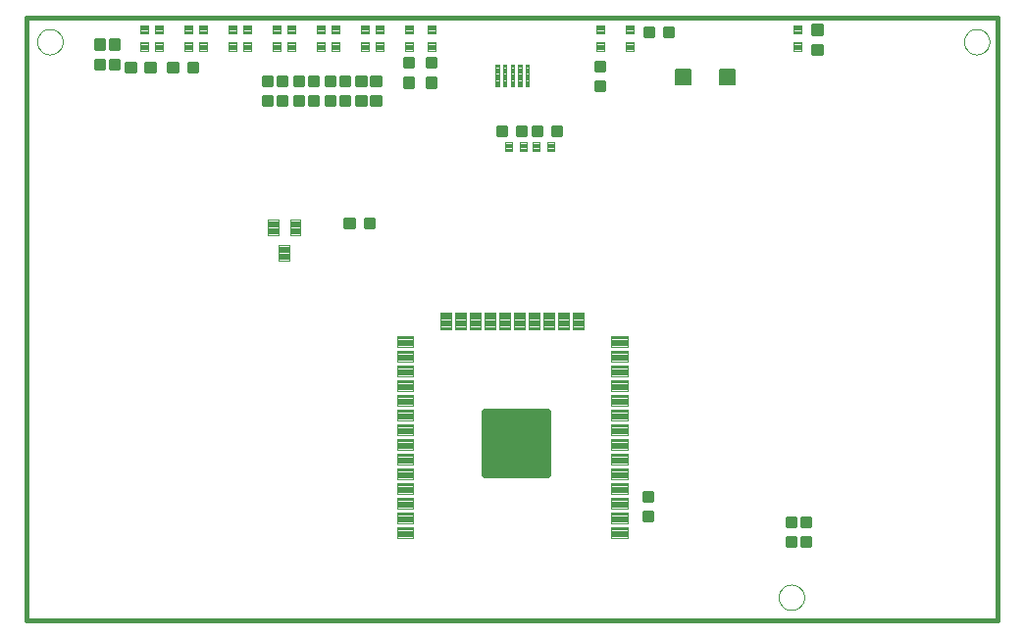
<source format=gtp>
G75*
%MOMM*%
%OFA0B0*%
%FSLAX33Y33*%
%IPPOS*%
%LPD*%
%AMOC8*
5,1,8,0,0,1.08239X$1,22.5*
%
%ADD10C,0.406*%
%ADD11C,0.000*%
%ADD12C,0.105*%
%ADD13C,0.300*%
%ADD14C,0.104*%
%ADD15C,0.100*%
%ADD16C,0.600*%
%ADD17C,0.140*%
D10*
X00000Y00000D02*
X00000Y52060D01*
X83820Y52070D01*
X83820Y00000D01*
X00000Y00000D01*
D11*
X00900Y50000D02*
X00902Y50066D01*
X00908Y50131D01*
X00918Y50196D01*
X00931Y50261D01*
X00949Y50324D01*
X00970Y50387D01*
X00995Y50447D01*
X01024Y50507D01*
X01056Y50564D01*
X01091Y50620D01*
X01130Y50673D01*
X01172Y50724D01*
X01216Y50772D01*
X01264Y50817D01*
X01314Y50860D01*
X01367Y50899D01*
X01422Y50936D01*
X01479Y50969D01*
X01538Y50998D01*
X01598Y51024D01*
X01660Y51046D01*
X01723Y51065D01*
X01787Y51079D01*
X01852Y51090D01*
X01918Y51097D01*
X01984Y51100D01*
X02049Y51099D01*
X02115Y51094D01*
X02180Y51085D01*
X02245Y51072D01*
X02308Y51056D01*
X02371Y51036D01*
X02432Y51011D01*
X02492Y50984D01*
X02550Y50953D01*
X02606Y50918D01*
X02660Y50880D01*
X02711Y50839D01*
X02760Y50795D01*
X02806Y50748D01*
X02850Y50699D01*
X02890Y50647D01*
X02927Y50592D01*
X02961Y50536D01*
X02991Y50477D01*
X03018Y50417D01*
X03041Y50356D01*
X03060Y50293D01*
X03076Y50229D01*
X03088Y50164D01*
X03096Y50099D01*
X03100Y50033D01*
X03100Y49967D01*
X03096Y49901D01*
X03088Y49836D01*
X03076Y49771D01*
X03060Y49707D01*
X03041Y49644D01*
X03018Y49583D01*
X02991Y49523D01*
X02961Y49464D01*
X02927Y49408D01*
X02890Y49353D01*
X02850Y49301D01*
X02806Y49252D01*
X02760Y49205D01*
X02711Y49161D01*
X02660Y49120D01*
X02606Y49082D01*
X02550Y49047D01*
X02492Y49016D01*
X02432Y48989D01*
X02371Y48964D01*
X02308Y48944D01*
X02245Y48928D01*
X02180Y48915D01*
X02115Y48906D01*
X02049Y48901D01*
X01984Y48900D01*
X01918Y48903D01*
X01852Y48910D01*
X01787Y48921D01*
X01723Y48935D01*
X01660Y48954D01*
X01598Y48976D01*
X01538Y49002D01*
X01479Y49031D01*
X01422Y49064D01*
X01367Y49101D01*
X01314Y49140D01*
X01264Y49183D01*
X01216Y49228D01*
X01172Y49276D01*
X01130Y49327D01*
X01091Y49380D01*
X01056Y49436D01*
X01024Y49493D01*
X00995Y49553D01*
X00970Y49613D01*
X00949Y49676D01*
X00931Y49739D01*
X00918Y49804D01*
X00908Y49869D01*
X00902Y49934D01*
X00900Y50000D01*
X64900Y02000D02*
X64902Y02066D01*
X64908Y02131D01*
X64918Y02196D01*
X64931Y02261D01*
X64949Y02324D01*
X64970Y02387D01*
X64995Y02447D01*
X65024Y02507D01*
X65056Y02564D01*
X65091Y02620D01*
X65130Y02673D01*
X65172Y02724D01*
X65216Y02772D01*
X65264Y02817D01*
X65314Y02860D01*
X65367Y02899D01*
X65422Y02936D01*
X65479Y02969D01*
X65538Y02998D01*
X65598Y03024D01*
X65660Y03046D01*
X65723Y03065D01*
X65787Y03079D01*
X65852Y03090D01*
X65918Y03097D01*
X65984Y03100D01*
X66049Y03099D01*
X66115Y03094D01*
X66180Y03085D01*
X66245Y03072D01*
X66308Y03056D01*
X66371Y03036D01*
X66432Y03011D01*
X66492Y02984D01*
X66550Y02953D01*
X66606Y02918D01*
X66660Y02880D01*
X66711Y02839D01*
X66760Y02795D01*
X66806Y02748D01*
X66850Y02699D01*
X66890Y02647D01*
X66927Y02592D01*
X66961Y02536D01*
X66991Y02477D01*
X67018Y02417D01*
X67041Y02356D01*
X67060Y02293D01*
X67076Y02229D01*
X67088Y02164D01*
X67096Y02099D01*
X67100Y02033D01*
X67100Y01967D01*
X67096Y01901D01*
X67088Y01836D01*
X67076Y01771D01*
X67060Y01707D01*
X67041Y01644D01*
X67018Y01583D01*
X66991Y01523D01*
X66961Y01464D01*
X66927Y01408D01*
X66890Y01353D01*
X66850Y01301D01*
X66806Y01252D01*
X66760Y01205D01*
X66711Y01161D01*
X66660Y01120D01*
X66606Y01082D01*
X66550Y01047D01*
X66492Y01016D01*
X66432Y00989D01*
X66371Y00964D01*
X66308Y00944D01*
X66245Y00928D01*
X66180Y00915D01*
X66115Y00906D01*
X66049Y00901D01*
X65984Y00900D01*
X65918Y00903D01*
X65852Y00910D01*
X65787Y00921D01*
X65723Y00935D01*
X65660Y00954D01*
X65598Y00976D01*
X65538Y01002D01*
X65479Y01031D01*
X65422Y01064D01*
X65367Y01101D01*
X65314Y01140D01*
X65264Y01183D01*
X65216Y01228D01*
X65172Y01276D01*
X65130Y01327D01*
X65091Y01380D01*
X65056Y01436D01*
X65024Y01493D01*
X64995Y01553D01*
X64970Y01613D01*
X64949Y01676D01*
X64931Y01739D01*
X64918Y01804D01*
X64908Y01869D01*
X64902Y01934D01*
X64900Y02000D01*
X80900Y50000D02*
X80902Y50066D01*
X80908Y50131D01*
X80918Y50196D01*
X80931Y50261D01*
X80949Y50324D01*
X80970Y50387D01*
X80995Y50447D01*
X81024Y50507D01*
X81056Y50564D01*
X81091Y50620D01*
X81130Y50673D01*
X81172Y50724D01*
X81216Y50772D01*
X81264Y50817D01*
X81314Y50860D01*
X81367Y50899D01*
X81422Y50936D01*
X81479Y50969D01*
X81538Y50998D01*
X81598Y51024D01*
X81660Y51046D01*
X81723Y51065D01*
X81787Y51079D01*
X81852Y51090D01*
X81918Y51097D01*
X81984Y51100D01*
X82049Y51099D01*
X82115Y51094D01*
X82180Y51085D01*
X82245Y51072D01*
X82308Y51056D01*
X82371Y51036D01*
X82432Y51011D01*
X82492Y50984D01*
X82550Y50953D01*
X82606Y50918D01*
X82660Y50880D01*
X82711Y50839D01*
X82760Y50795D01*
X82806Y50748D01*
X82850Y50699D01*
X82890Y50647D01*
X82927Y50592D01*
X82961Y50536D01*
X82991Y50477D01*
X83018Y50417D01*
X83041Y50356D01*
X83060Y50293D01*
X83076Y50229D01*
X83088Y50164D01*
X83096Y50099D01*
X83100Y50033D01*
X83100Y49967D01*
X83096Y49901D01*
X83088Y49836D01*
X83076Y49771D01*
X83060Y49707D01*
X83041Y49644D01*
X83018Y49583D01*
X82991Y49523D01*
X82961Y49464D01*
X82927Y49408D01*
X82890Y49353D01*
X82850Y49301D01*
X82806Y49252D01*
X82760Y49205D01*
X82711Y49161D01*
X82660Y49120D01*
X82606Y49082D01*
X82550Y49047D01*
X82492Y49016D01*
X82432Y48989D01*
X82371Y48964D01*
X82308Y48944D01*
X82245Y48928D01*
X82180Y48915D01*
X82115Y48906D01*
X82049Y48901D01*
X81984Y48900D01*
X81918Y48903D01*
X81852Y48910D01*
X81787Y48921D01*
X81723Y48935D01*
X81660Y48954D01*
X81598Y48976D01*
X81538Y49002D01*
X81479Y49031D01*
X81422Y49064D01*
X81367Y49101D01*
X81314Y49140D01*
X81264Y49183D01*
X81216Y49228D01*
X81172Y49276D01*
X81130Y49327D01*
X81091Y49380D01*
X81056Y49436D01*
X81024Y49493D01*
X80995Y49553D01*
X80970Y49613D01*
X80949Y49676D01*
X80931Y49739D01*
X80918Y49804D01*
X80908Y49869D01*
X80902Y49934D01*
X80900Y50000D01*
D12*
X45557Y40560D02*
X44961Y40560D01*
X44961Y41356D01*
X45557Y41356D01*
X45557Y40560D01*
X45557Y40664D02*
X44961Y40664D01*
X44961Y40768D02*
X45557Y40768D01*
X45557Y40872D02*
X44961Y40872D01*
X44961Y40976D02*
X45557Y40976D01*
X45557Y41080D02*
X44961Y41080D01*
X44961Y41184D02*
X45557Y41184D01*
X45557Y41288D02*
X44961Y41288D01*
X44257Y40560D02*
X43661Y40560D01*
X43661Y41356D01*
X44257Y41356D01*
X44257Y40560D01*
X44257Y40664D02*
X43661Y40664D01*
X43661Y40768D02*
X44257Y40768D01*
X44257Y40872D02*
X43661Y40872D01*
X43661Y40976D02*
X44257Y40976D01*
X44257Y41080D02*
X43661Y41080D01*
X43661Y41184D02*
X44257Y41184D01*
X44257Y41288D02*
X43661Y41288D01*
X43176Y41356D02*
X42580Y41356D01*
X43176Y41356D02*
X43176Y40560D01*
X42580Y40560D01*
X42580Y41356D01*
X42580Y40664D02*
X43176Y40664D01*
X43176Y40768D02*
X42580Y40768D01*
X42580Y40872D02*
X43176Y40872D01*
X43176Y40976D02*
X42580Y40976D01*
X42580Y41080D02*
X43176Y41080D01*
X43176Y41184D02*
X42580Y41184D01*
X42580Y41288D02*
X43176Y41288D01*
X41876Y41356D02*
X41280Y41356D01*
X41876Y41356D02*
X41876Y40560D01*
X41280Y40560D01*
X41280Y41356D01*
X41280Y40664D02*
X41876Y40664D01*
X41876Y40768D02*
X41280Y40768D01*
X41280Y40872D02*
X41876Y40872D01*
X41876Y40976D02*
X41280Y40976D01*
X41280Y41080D02*
X41876Y41080D01*
X41876Y41184D02*
X41280Y41184D01*
X41280Y41288D02*
X41876Y41288D01*
D13*
X41410Y42578D02*
X40710Y42578D01*
X41410Y42578D02*
X41410Y41878D01*
X40710Y41878D01*
X40710Y42578D01*
X40710Y42177D02*
X41410Y42177D01*
X41410Y42476D02*
X40710Y42476D01*
X42410Y42578D02*
X43110Y42578D01*
X43110Y41878D01*
X42410Y41878D01*
X42410Y42578D01*
X42410Y42177D02*
X43110Y42177D01*
X43110Y42476D02*
X42410Y42476D01*
X43726Y41878D02*
X44426Y41878D01*
X43726Y41878D02*
X43726Y42578D01*
X44426Y42578D01*
X44426Y41878D01*
X44426Y42177D02*
X43726Y42177D01*
X43726Y42476D02*
X44426Y42476D01*
X45426Y41878D02*
X46126Y41878D01*
X45426Y41878D02*
X45426Y42578D01*
X46126Y42578D01*
X46126Y41878D01*
X46126Y42177D02*
X45426Y42177D01*
X45426Y42476D02*
X46126Y42476D01*
X49880Y45790D02*
X49880Y46490D01*
X49880Y45790D02*
X49180Y45790D01*
X49180Y46490D01*
X49880Y46490D01*
X49880Y46089D02*
X49180Y46089D01*
X49180Y46388D02*
X49880Y46388D01*
X49880Y47490D02*
X49880Y48190D01*
X49880Y47490D02*
X49180Y47490D01*
X49180Y48190D01*
X49880Y48190D01*
X49880Y47789D02*
X49180Y47789D01*
X49180Y48088D02*
X49880Y48088D01*
X53410Y51150D02*
X54110Y51150D01*
X54110Y50450D01*
X53410Y50450D01*
X53410Y51150D01*
X53410Y50749D02*
X54110Y50749D01*
X54110Y51048D02*
X53410Y51048D01*
X55110Y51150D02*
X55810Y51150D01*
X55810Y50450D01*
X55110Y50450D01*
X55110Y51150D01*
X55110Y50749D02*
X55810Y50749D01*
X55810Y51048D02*
X55110Y51048D01*
X68613Y51365D02*
X68613Y50665D01*
X67913Y50665D01*
X67913Y51365D01*
X68613Y51365D01*
X68613Y50964D02*
X67913Y50964D01*
X67913Y51263D02*
X68613Y51263D01*
X68613Y49665D02*
X68613Y48965D01*
X67913Y48965D01*
X67913Y49665D01*
X68613Y49665D01*
X68613Y49264D02*
X67913Y49264D01*
X67913Y49563D02*
X68613Y49563D01*
X34575Y48507D02*
X34575Y47807D01*
X34575Y48507D02*
X35275Y48507D01*
X35275Y47807D01*
X34575Y47807D01*
X34575Y48106D02*
X35275Y48106D01*
X35275Y48405D02*
X34575Y48405D01*
X32670Y48507D02*
X32670Y47807D01*
X32670Y48507D02*
X33370Y48507D01*
X33370Y47807D01*
X32670Y47807D01*
X32670Y48106D02*
X33370Y48106D01*
X33370Y48405D02*
X32670Y48405D01*
X32670Y46807D02*
X32670Y46107D01*
X32670Y46807D02*
X33370Y46807D01*
X33370Y46107D01*
X32670Y46107D01*
X32670Y46406D02*
X33370Y46406D01*
X33370Y46705D02*
X32670Y46705D01*
X34575Y46807D02*
X34575Y46107D01*
X34575Y46807D02*
X35275Y46807D01*
X35275Y46107D01*
X34575Y46107D01*
X34575Y46406D02*
X35275Y46406D01*
X35275Y46705D02*
X34575Y46705D01*
X30512Y46920D02*
X30512Y46220D01*
X29812Y46220D01*
X29812Y46920D01*
X30512Y46920D01*
X30512Y46519D02*
X29812Y46519D01*
X29812Y46818D02*
X30512Y46818D01*
X29242Y46920D02*
X29242Y46220D01*
X28542Y46220D01*
X28542Y46920D01*
X29242Y46920D01*
X29242Y46519D02*
X28542Y46519D01*
X28542Y46818D02*
X29242Y46818D01*
X27814Y46920D02*
X27814Y46220D01*
X27114Y46220D01*
X27114Y46920D01*
X27814Y46920D01*
X27814Y46519D02*
X27114Y46519D01*
X27114Y46818D02*
X27814Y46818D01*
X26544Y46920D02*
X26544Y46220D01*
X25844Y46220D01*
X25844Y46920D01*
X26544Y46920D01*
X26544Y46519D02*
X25844Y46519D01*
X25844Y46818D02*
X26544Y46818D01*
X25115Y46920D02*
X25115Y46220D01*
X24415Y46220D01*
X24415Y46920D01*
X25115Y46920D01*
X25115Y46519D02*
X24415Y46519D01*
X24415Y46818D02*
X25115Y46818D01*
X23845Y46920D02*
X23845Y46220D01*
X23145Y46220D01*
X23145Y46920D01*
X23845Y46920D01*
X23845Y46519D02*
X23145Y46519D01*
X23145Y46818D02*
X23845Y46818D01*
X22416Y46920D02*
X22416Y46220D01*
X21716Y46220D01*
X21716Y46920D01*
X22416Y46920D01*
X22416Y46519D02*
X21716Y46519D01*
X21716Y46818D02*
X22416Y46818D01*
X21146Y46920D02*
X21146Y46220D01*
X20446Y46220D01*
X20446Y46920D01*
X21146Y46920D01*
X21146Y46519D02*
X20446Y46519D01*
X20446Y46818D02*
X21146Y46818D01*
X21146Y45220D02*
X21146Y44520D01*
X20446Y44520D01*
X20446Y45220D01*
X21146Y45220D01*
X21146Y44819D02*
X20446Y44819D01*
X20446Y45118D02*
X21146Y45118D01*
X22416Y45220D02*
X22416Y44520D01*
X21716Y44520D01*
X21716Y45220D01*
X22416Y45220D01*
X22416Y44819D02*
X21716Y44819D01*
X21716Y45118D02*
X22416Y45118D01*
X23845Y45220D02*
X23845Y44520D01*
X23145Y44520D01*
X23145Y45220D01*
X23845Y45220D01*
X23845Y44819D02*
X23145Y44819D01*
X23145Y45118D02*
X23845Y45118D01*
X25115Y45220D02*
X25115Y44520D01*
X24415Y44520D01*
X24415Y45220D01*
X25115Y45220D01*
X25115Y44819D02*
X24415Y44819D01*
X24415Y45118D02*
X25115Y45118D01*
X26544Y45220D02*
X26544Y44520D01*
X25844Y44520D01*
X25844Y45220D01*
X26544Y45220D01*
X26544Y44819D02*
X25844Y44819D01*
X25844Y45118D02*
X26544Y45118D01*
X27814Y45220D02*
X27814Y44520D01*
X27114Y44520D01*
X27114Y45220D01*
X27814Y45220D01*
X27814Y44819D02*
X27114Y44819D01*
X27114Y45118D02*
X27814Y45118D01*
X29242Y45220D02*
X29242Y44520D01*
X28542Y44520D01*
X28542Y45220D01*
X29242Y45220D01*
X29242Y44819D02*
X28542Y44819D01*
X28542Y45118D02*
X29242Y45118D01*
X30512Y45220D02*
X30512Y44520D01*
X29812Y44520D01*
X29812Y45220D01*
X30512Y45220D01*
X30512Y44819D02*
X29812Y44819D01*
X29812Y45118D02*
X30512Y45118D01*
X29934Y34640D02*
X29234Y34640D01*
X29934Y34640D02*
X29934Y33940D01*
X29234Y33940D01*
X29234Y34640D01*
X29234Y34239D02*
X29934Y34239D01*
X29934Y34538D02*
X29234Y34538D01*
X28234Y34640D02*
X27534Y34640D01*
X28234Y34640D02*
X28234Y33940D01*
X27534Y33940D01*
X27534Y34640D01*
X27534Y34239D02*
X28234Y34239D01*
X28234Y34538D02*
X27534Y34538D01*
X14694Y47434D02*
X13994Y47434D01*
X13994Y48134D01*
X14694Y48134D01*
X14694Y47434D01*
X14694Y47733D02*
X13994Y47733D01*
X13994Y48032D02*
X14694Y48032D01*
X12994Y47434D02*
X12294Y47434D01*
X12294Y48134D01*
X12994Y48134D01*
X12994Y47434D01*
X12994Y47733D02*
X12294Y47733D01*
X12294Y48032D02*
X12994Y48032D01*
X11043Y47434D02*
X10343Y47434D01*
X10343Y48134D01*
X11043Y48134D01*
X11043Y47434D01*
X11043Y47733D02*
X10343Y47733D01*
X10343Y48032D02*
X11043Y48032D01*
X09343Y47434D02*
X08643Y47434D01*
X08643Y48134D01*
X09343Y48134D01*
X09343Y47434D01*
X09343Y47733D02*
X08643Y47733D01*
X08643Y48032D02*
X09343Y48032D01*
X07970Y47695D02*
X07970Y48395D01*
X07970Y47695D02*
X07270Y47695D01*
X07270Y48395D01*
X07970Y48395D01*
X07970Y47994D02*
X07270Y47994D01*
X07270Y48293D02*
X07970Y48293D01*
X07970Y49395D02*
X07970Y50095D01*
X07970Y49395D02*
X07270Y49395D01*
X07270Y50095D01*
X07970Y50095D01*
X07970Y49694D02*
X07270Y49694D01*
X07270Y49993D02*
X07970Y49993D01*
X06700Y50095D02*
X06700Y49395D01*
X06000Y49395D01*
X06000Y50095D01*
X06700Y50095D01*
X06700Y49694D02*
X06000Y49694D01*
X06000Y49993D02*
X06700Y49993D01*
X06700Y48395D02*
X06700Y47695D01*
X06000Y47695D01*
X06000Y48395D01*
X06700Y48395D01*
X06700Y47994D02*
X06000Y47994D01*
X06000Y48293D02*
X06700Y48293D01*
X53302Y11048D02*
X53302Y10348D01*
X53302Y11048D02*
X54002Y11048D01*
X54002Y10348D01*
X53302Y10348D01*
X53302Y10647D02*
X54002Y10647D01*
X54002Y10946D02*
X53302Y10946D01*
X53302Y09348D02*
X53302Y08648D01*
X53302Y09348D02*
X54002Y09348D01*
X54002Y08648D01*
X53302Y08648D01*
X53302Y08947D02*
X54002Y08947D01*
X54002Y09246D02*
X53302Y09246D01*
X66390Y08820D02*
X66390Y08120D01*
X65690Y08120D01*
X65690Y08820D01*
X66390Y08820D01*
X66390Y08419D02*
X65690Y08419D01*
X65690Y08718D02*
X66390Y08718D01*
X67660Y08820D02*
X67660Y08120D01*
X66960Y08120D01*
X66960Y08820D01*
X67660Y08820D01*
X67660Y08419D02*
X66960Y08419D01*
X66960Y08718D02*
X67660Y08718D01*
X67660Y07120D02*
X67660Y06420D01*
X66960Y06420D01*
X66960Y07120D01*
X67660Y07120D01*
X67660Y06719D02*
X66960Y06719D01*
X66960Y07018D02*
X67660Y07018D01*
X66390Y07120D02*
X66390Y06420D01*
X65690Y06420D01*
X65690Y07120D01*
X66390Y07120D01*
X66390Y06719D02*
X65690Y06719D01*
X65690Y07018D02*
X66390Y07018D01*
D14*
X66168Y49226D02*
X66864Y49226D01*
X66168Y49226D02*
X66168Y49922D01*
X66864Y49922D01*
X66864Y49226D01*
X66864Y49329D02*
X66168Y49329D01*
X66168Y49432D02*
X66864Y49432D01*
X66864Y49535D02*
X66168Y49535D01*
X66168Y49638D02*
X66864Y49638D01*
X66864Y49741D02*
X66168Y49741D01*
X66168Y49844D02*
X66864Y49844D01*
X66864Y50726D02*
X66168Y50726D01*
X66168Y51422D01*
X66864Y51422D01*
X66864Y50726D01*
X66864Y50829D02*
X66168Y50829D01*
X66168Y50932D02*
X66864Y50932D01*
X66864Y51035D02*
X66168Y51035D01*
X66168Y51138D02*
X66864Y51138D01*
X66864Y51241D02*
X66168Y51241D01*
X66168Y51344D02*
X66864Y51344D01*
X52418Y51422D02*
X51722Y51422D01*
X52418Y51422D02*
X52418Y50726D01*
X51722Y50726D01*
X51722Y51422D01*
X51722Y50829D02*
X52418Y50829D01*
X52418Y50932D02*
X51722Y50932D01*
X51722Y51035D02*
X52418Y51035D01*
X52418Y51138D02*
X51722Y51138D01*
X51722Y51241D02*
X52418Y51241D01*
X52418Y51344D02*
X51722Y51344D01*
X51722Y49922D02*
X52418Y49922D01*
X52418Y49226D01*
X51722Y49226D01*
X51722Y49922D01*
X51722Y49329D02*
X52418Y49329D01*
X52418Y49432D02*
X51722Y49432D01*
X51722Y49535D02*
X52418Y49535D01*
X52418Y49638D02*
X51722Y49638D01*
X51722Y49741D02*
X52418Y49741D01*
X52418Y49844D02*
X51722Y49844D01*
X49878Y49922D02*
X49182Y49922D01*
X49878Y49922D02*
X49878Y49226D01*
X49182Y49226D01*
X49182Y49922D01*
X49182Y49329D02*
X49878Y49329D01*
X49878Y49432D02*
X49182Y49432D01*
X49182Y49535D02*
X49878Y49535D01*
X49878Y49638D02*
X49182Y49638D01*
X49182Y49741D02*
X49878Y49741D01*
X49878Y49844D02*
X49182Y49844D01*
X49182Y51422D02*
X49878Y51422D01*
X49878Y50726D01*
X49182Y50726D01*
X49182Y51422D01*
X49182Y50829D02*
X49878Y50829D01*
X49878Y50932D02*
X49182Y50932D01*
X49182Y51035D02*
X49878Y51035D01*
X49878Y51138D02*
X49182Y51138D01*
X49182Y51241D02*
X49878Y51241D01*
X49878Y51344D02*
X49182Y51344D01*
X35273Y51422D02*
X34577Y51422D01*
X35273Y51422D02*
X35273Y50726D01*
X34577Y50726D01*
X34577Y51422D01*
X34577Y50829D02*
X35273Y50829D01*
X35273Y50932D02*
X34577Y50932D01*
X34577Y51035D02*
X35273Y51035D01*
X35273Y51138D02*
X34577Y51138D01*
X34577Y51241D02*
X35273Y51241D01*
X35273Y51344D02*
X34577Y51344D01*
X33368Y51422D02*
X32672Y51422D01*
X33368Y51422D02*
X33368Y50726D01*
X32672Y50726D01*
X32672Y51422D01*
X32672Y50829D02*
X33368Y50829D01*
X33368Y50932D02*
X32672Y50932D01*
X32672Y51035D02*
X33368Y51035D01*
X33368Y51138D02*
X32672Y51138D01*
X32672Y51241D02*
X33368Y51241D01*
X33368Y51344D02*
X32672Y51344D01*
X32672Y49922D02*
X33368Y49922D01*
X33368Y49226D01*
X32672Y49226D01*
X32672Y49922D01*
X32672Y49329D02*
X33368Y49329D01*
X33368Y49432D02*
X32672Y49432D01*
X32672Y49535D02*
X33368Y49535D01*
X33368Y49638D02*
X32672Y49638D01*
X32672Y49741D02*
X33368Y49741D01*
X33368Y49844D02*
X32672Y49844D01*
X30828Y49922D02*
X30132Y49922D01*
X30828Y49922D02*
X30828Y49226D01*
X30132Y49226D01*
X30132Y49922D01*
X30132Y49329D02*
X30828Y49329D01*
X30828Y49432D02*
X30132Y49432D01*
X30132Y49535D02*
X30828Y49535D01*
X30828Y49638D02*
X30132Y49638D01*
X30132Y49741D02*
X30828Y49741D01*
X30828Y49844D02*
X30132Y49844D01*
X29558Y49226D02*
X28862Y49226D01*
X28862Y49922D01*
X29558Y49922D01*
X29558Y49226D01*
X29558Y49329D02*
X28862Y49329D01*
X28862Y49432D02*
X29558Y49432D01*
X29558Y49535D02*
X28862Y49535D01*
X28862Y49638D02*
X29558Y49638D01*
X29558Y49741D02*
X28862Y49741D01*
X28862Y49844D02*
X29558Y49844D01*
X29558Y50726D02*
X28862Y50726D01*
X28862Y51422D01*
X29558Y51422D01*
X29558Y50726D01*
X29558Y50829D02*
X28862Y50829D01*
X28862Y50932D02*
X29558Y50932D01*
X29558Y51035D02*
X28862Y51035D01*
X28862Y51138D02*
X29558Y51138D01*
X29558Y51241D02*
X28862Y51241D01*
X28862Y51344D02*
X29558Y51344D01*
X30132Y51422D02*
X30828Y51422D01*
X30828Y50726D01*
X30132Y50726D01*
X30132Y51422D01*
X30132Y50829D02*
X30828Y50829D01*
X30828Y50932D02*
X30132Y50932D01*
X30132Y51035D02*
X30828Y51035D01*
X30828Y51138D02*
X30132Y51138D01*
X30132Y51241D02*
X30828Y51241D01*
X30828Y51344D02*
X30132Y51344D01*
X27018Y51422D02*
X26322Y51422D01*
X27018Y51422D02*
X27018Y50726D01*
X26322Y50726D01*
X26322Y51422D01*
X26322Y50829D02*
X27018Y50829D01*
X27018Y50932D02*
X26322Y50932D01*
X26322Y51035D02*
X27018Y51035D01*
X27018Y51138D02*
X26322Y51138D01*
X26322Y51241D02*
X27018Y51241D01*
X27018Y51344D02*
X26322Y51344D01*
X25748Y50726D02*
X25052Y50726D01*
X25052Y51422D01*
X25748Y51422D01*
X25748Y50726D01*
X25748Y50829D02*
X25052Y50829D01*
X25052Y50932D02*
X25748Y50932D01*
X25748Y51035D02*
X25052Y51035D01*
X25052Y51138D02*
X25748Y51138D01*
X25748Y51241D02*
X25052Y51241D01*
X25052Y51344D02*
X25748Y51344D01*
X25748Y49226D02*
X25052Y49226D01*
X25052Y49922D01*
X25748Y49922D01*
X25748Y49226D01*
X25748Y49329D02*
X25052Y49329D01*
X25052Y49432D02*
X25748Y49432D01*
X25748Y49535D02*
X25052Y49535D01*
X25052Y49638D02*
X25748Y49638D01*
X25748Y49741D02*
X25052Y49741D01*
X25052Y49844D02*
X25748Y49844D01*
X26322Y49922D02*
X27018Y49922D01*
X27018Y49226D01*
X26322Y49226D01*
X26322Y49922D01*
X26322Y49329D02*
X27018Y49329D01*
X27018Y49432D02*
X26322Y49432D01*
X26322Y49535D02*
X27018Y49535D01*
X27018Y49638D02*
X26322Y49638D01*
X26322Y49741D02*
X27018Y49741D01*
X27018Y49844D02*
X26322Y49844D01*
X23208Y49922D02*
X22512Y49922D01*
X23208Y49922D02*
X23208Y49226D01*
X22512Y49226D01*
X22512Y49922D01*
X22512Y49329D02*
X23208Y49329D01*
X23208Y49432D02*
X22512Y49432D01*
X22512Y49535D02*
X23208Y49535D01*
X23208Y49638D02*
X22512Y49638D01*
X22512Y49741D02*
X23208Y49741D01*
X23208Y49844D02*
X22512Y49844D01*
X21938Y49226D02*
X21242Y49226D01*
X21242Y49922D01*
X21938Y49922D01*
X21938Y49226D01*
X21938Y49329D02*
X21242Y49329D01*
X21242Y49432D02*
X21938Y49432D01*
X21938Y49535D02*
X21242Y49535D01*
X21242Y49638D02*
X21938Y49638D01*
X21938Y49741D02*
X21242Y49741D01*
X21242Y49844D02*
X21938Y49844D01*
X21938Y50726D02*
X21242Y50726D01*
X21242Y51422D01*
X21938Y51422D01*
X21938Y50726D01*
X21938Y50829D02*
X21242Y50829D01*
X21242Y50932D02*
X21938Y50932D01*
X21938Y51035D02*
X21242Y51035D01*
X21242Y51138D02*
X21938Y51138D01*
X21938Y51241D02*
X21242Y51241D01*
X21242Y51344D02*
X21938Y51344D01*
X22512Y51422D02*
X23208Y51422D01*
X23208Y50726D01*
X22512Y50726D01*
X22512Y51422D01*
X22512Y50829D02*
X23208Y50829D01*
X23208Y50932D02*
X22512Y50932D01*
X22512Y51035D02*
X23208Y51035D01*
X23208Y51138D02*
X22512Y51138D01*
X22512Y51241D02*
X23208Y51241D01*
X23208Y51344D02*
X22512Y51344D01*
X19398Y51422D02*
X18702Y51422D01*
X19398Y51422D02*
X19398Y50726D01*
X18702Y50726D01*
X18702Y51422D01*
X18702Y50829D02*
X19398Y50829D01*
X19398Y50932D02*
X18702Y50932D01*
X18702Y51035D02*
X19398Y51035D01*
X19398Y51138D02*
X18702Y51138D01*
X18702Y51241D02*
X19398Y51241D01*
X19398Y51344D02*
X18702Y51344D01*
X18128Y50726D02*
X17432Y50726D01*
X17432Y51422D01*
X18128Y51422D01*
X18128Y50726D01*
X18128Y50829D02*
X17432Y50829D01*
X17432Y50932D02*
X18128Y50932D01*
X18128Y51035D02*
X17432Y51035D01*
X17432Y51138D02*
X18128Y51138D01*
X18128Y51241D02*
X17432Y51241D01*
X17432Y51344D02*
X18128Y51344D01*
X18128Y49226D02*
X17432Y49226D01*
X17432Y49922D01*
X18128Y49922D01*
X18128Y49226D01*
X18128Y49329D02*
X17432Y49329D01*
X17432Y49432D02*
X18128Y49432D01*
X18128Y49535D02*
X17432Y49535D01*
X17432Y49638D02*
X18128Y49638D01*
X18128Y49741D02*
X17432Y49741D01*
X17432Y49844D02*
X18128Y49844D01*
X18702Y49922D02*
X19398Y49922D01*
X19398Y49226D01*
X18702Y49226D01*
X18702Y49922D01*
X18702Y49329D02*
X19398Y49329D01*
X19398Y49432D02*
X18702Y49432D01*
X18702Y49535D02*
X19398Y49535D01*
X19398Y49638D02*
X18702Y49638D01*
X18702Y49741D02*
X19398Y49741D01*
X19398Y49844D02*
X18702Y49844D01*
X15588Y49922D02*
X14892Y49922D01*
X15588Y49922D02*
X15588Y49226D01*
X14892Y49226D01*
X14892Y49922D01*
X14892Y49329D02*
X15588Y49329D01*
X15588Y49432D02*
X14892Y49432D01*
X14892Y49535D02*
X15588Y49535D01*
X15588Y49638D02*
X14892Y49638D01*
X14892Y49741D02*
X15588Y49741D01*
X15588Y49844D02*
X14892Y49844D01*
X14318Y49226D02*
X13622Y49226D01*
X13622Y49922D01*
X14318Y49922D01*
X14318Y49226D01*
X14318Y49329D02*
X13622Y49329D01*
X13622Y49432D02*
X14318Y49432D01*
X14318Y49535D02*
X13622Y49535D01*
X13622Y49638D02*
X14318Y49638D01*
X14318Y49741D02*
X13622Y49741D01*
X13622Y49844D02*
X14318Y49844D01*
X14318Y50726D02*
X13622Y50726D01*
X13622Y51422D01*
X14318Y51422D01*
X14318Y50726D01*
X14318Y50829D02*
X13622Y50829D01*
X13622Y50932D02*
X14318Y50932D01*
X14318Y51035D02*
X13622Y51035D01*
X13622Y51138D02*
X14318Y51138D01*
X14318Y51241D02*
X13622Y51241D01*
X13622Y51344D02*
X14318Y51344D01*
X14892Y51422D02*
X15588Y51422D01*
X15588Y50726D01*
X14892Y50726D01*
X14892Y51422D01*
X14892Y50829D02*
X15588Y50829D01*
X15588Y50932D02*
X14892Y50932D01*
X14892Y51035D02*
X15588Y51035D01*
X15588Y51138D02*
X14892Y51138D01*
X14892Y51241D02*
X15588Y51241D01*
X15588Y51344D02*
X14892Y51344D01*
X11778Y51422D02*
X11082Y51422D01*
X11778Y51422D02*
X11778Y50726D01*
X11082Y50726D01*
X11082Y51422D01*
X11082Y50829D02*
X11778Y50829D01*
X11778Y50932D02*
X11082Y50932D01*
X11082Y51035D02*
X11778Y51035D01*
X11778Y51138D02*
X11082Y51138D01*
X11082Y51241D02*
X11778Y51241D01*
X11778Y51344D02*
X11082Y51344D01*
X10508Y50726D02*
X09812Y50726D01*
X09812Y51422D01*
X10508Y51422D01*
X10508Y50726D01*
X10508Y50829D02*
X09812Y50829D01*
X09812Y50932D02*
X10508Y50932D01*
X10508Y51035D02*
X09812Y51035D01*
X09812Y51138D02*
X10508Y51138D01*
X10508Y51241D02*
X09812Y51241D01*
X09812Y51344D02*
X10508Y51344D01*
X10508Y49226D02*
X09812Y49226D01*
X09812Y49922D01*
X10508Y49922D01*
X10508Y49226D01*
X10508Y49329D02*
X09812Y49329D01*
X09812Y49432D02*
X10508Y49432D01*
X10508Y49535D02*
X09812Y49535D01*
X09812Y49638D02*
X10508Y49638D01*
X10508Y49741D02*
X09812Y49741D01*
X09812Y49844D02*
X10508Y49844D01*
X11082Y49922D02*
X11778Y49922D01*
X11778Y49226D01*
X11082Y49226D01*
X11082Y49922D01*
X11082Y49329D02*
X11778Y49329D01*
X11778Y49432D02*
X11082Y49432D01*
X11082Y49535D02*
X11778Y49535D01*
X11778Y49638D02*
X11082Y49638D01*
X11082Y49741D02*
X11778Y49741D01*
X11778Y49844D02*
X11082Y49844D01*
X34577Y49922D02*
X35273Y49922D01*
X35273Y49226D01*
X34577Y49226D01*
X34577Y49922D01*
X34577Y49329D02*
X35273Y49329D01*
X35273Y49432D02*
X34577Y49432D01*
X34577Y49535D02*
X35273Y49535D01*
X35273Y49638D02*
X34577Y49638D01*
X34577Y49741D02*
X35273Y49741D01*
X35273Y49844D02*
X34577Y49844D01*
D15*
X40460Y48020D02*
X40460Y46120D01*
X40460Y48020D02*
X40760Y48020D01*
X40760Y46120D01*
X40460Y46120D01*
X40460Y46219D02*
X40760Y46219D01*
X40760Y46318D02*
X40460Y46318D01*
X40460Y46417D02*
X40760Y46417D01*
X40760Y46516D02*
X40460Y46516D01*
X40460Y46615D02*
X40760Y46615D01*
X40760Y46714D02*
X40460Y46714D01*
X40460Y46813D02*
X40760Y46813D01*
X40760Y46912D02*
X40460Y46912D01*
X40460Y47011D02*
X40760Y47011D01*
X40760Y47110D02*
X40460Y47110D01*
X40460Y47209D02*
X40760Y47209D01*
X40760Y47308D02*
X40460Y47308D01*
X40460Y47407D02*
X40760Y47407D01*
X40760Y47506D02*
X40460Y47506D01*
X40460Y47605D02*
X40760Y47605D01*
X40760Y47704D02*
X40460Y47704D01*
X40460Y47803D02*
X40760Y47803D01*
X40760Y47902D02*
X40460Y47902D01*
X40460Y48001D02*
X40760Y48001D01*
X41110Y48020D02*
X41110Y46120D01*
X41110Y48020D02*
X41410Y48020D01*
X41410Y46120D01*
X41110Y46120D01*
X41110Y46219D02*
X41410Y46219D01*
X41410Y46318D02*
X41110Y46318D01*
X41110Y46417D02*
X41410Y46417D01*
X41410Y46516D02*
X41110Y46516D01*
X41110Y46615D02*
X41410Y46615D01*
X41410Y46714D02*
X41110Y46714D01*
X41110Y46813D02*
X41410Y46813D01*
X41410Y46912D02*
X41110Y46912D01*
X41110Y47011D02*
X41410Y47011D01*
X41410Y47110D02*
X41110Y47110D01*
X41110Y47209D02*
X41410Y47209D01*
X41410Y47308D02*
X41110Y47308D01*
X41110Y47407D02*
X41410Y47407D01*
X41410Y47506D02*
X41110Y47506D01*
X41110Y47605D02*
X41410Y47605D01*
X41410Y47704D02*
X41110Y47704D01*
X41110Y47803D02*
X41410Y47803D01*
X41410Y47902D02*
X41110Y47902D01*
X41110Y48001D02*
X41410Y48001D01*
X41760Y48020D02*
X41760Y46120D01*
X41760Y48020D02*
X42060Y48020D01*
X42060Y46120D01*
X41760Y46120D01*
X41760Y46219D02*
X42060Y46219D01*
X42060Y46318D02*
X41760Y46318D01*
X41760Y46417D02*
X42060Y46417D01*
X42060Y46516D02*
X41760Y46516D01*
X41760Y46615D02*
X42060Y46615D01*
X42060Y46714D02*
X41760Y46714D01*
X41760Y46813D02*
X42060Y46813D01*
X42060Y46912D02*
X41760Y46912D01*
X41760Y47011D02*
X42060Y47011D01*
X42060Y47110D02*
X41760Y47110D01*
X41760Y47209D02*
X42060Y47209D01*
X42060Y47308D02*
X41760Y47308D01*
X41760Y47407D02*
X42060Y47407D01*
X42060Y47506D02*
X41760Y47506D01*
X41760Y47605D02*
X42060Y47605D01*
X42060Y47704D02*
X41760Y47704D01*
X41760Y47803D02*
X42060Y47803D01*
X42060Y47902D02*
X41760Y47902D01*
X41760Y48001D02*
X42060Y48001D01*
X42410Y48020D02*
X42410Y46120D01*
X42410Y48020D02*
X42710Y48020D01*
X42710Y46120D01*
X42410Y46120D01*
X42410Y46219D02*
X42710Y46219D01*
X42710Y46318D02*
X42410Y46318D01*
X42410Y46417D02*
X42710Y46417D01*
X42710Y46516D02*
X42410Y46516D01*
X42410Y46615D02*
X42710Y46615D01*
X42710Y46714D02*
X42410Y46714D01*
X42410Y46813D02*
X42710Y46813D01*
X42710Y46912D02*
X42410Y46912D01*
X42410Y47011D02*
X42710Y47011D01*
X42710Y47110D02*
X42410Y47110D01*
X42410Y47209D02*
X42710Y47209D01*
X42710Y47308D02*
X42410Y47308D01*
X42410Y47407D02*
X42710Y47407D01*
X42710Y47506D02*
X42410Y47506D01*
X42410Y47605D02*
X42710Y47605D01*
X42710Y47704D02*
X42410Y47704D01*
X42410Y47803D02*
X42710Y47803D01*
X42710Y47902D02*
X42410Y47902D01*
X42410Y48001D02*
X42710Y48001D01*
X43060Y48020D02*
X43060Y46120D01*
X43060Y48020D02*
X43360Y48020D01*
X43360Y46120D01*
X43060Y46120D01*
X43060Y46219D02*
X43360Y46219D01*
X43360Y46318D02*
X43060Y46318D01*
X43060Y46417D02*
X43360Y46417D01*
X43360Y46516D02*
X43060Y46516D01*
X43060Y46615D02*
X43360Y46615D01*
X43360Y46714D02*
X43060Y46714D01*
X43060Y46813D02*
X43360Y46813D01*
X43360Y46912D02*
X43060Y46912D01*
X43060Y47011D02*
X43360Y47011D01*
X43360Y47110D02*
X43060Y47110D01*
X43060Y47209D02*
X43360Y47209D01*
X43360Y47308D02*
X43060Y47308D01*
X43060Y47407D02*
X43360Y47407D01*
X43360Y47506D02*
X43060Y47506D01*
X43060Y47605D02*
X43360Y47605D01*
X43360Y47704D02*
X43060Y47704D01*
X43060Y47803D02*
X43360Y47803D01*
X43360Y47902D02*
X43060Y47902D01*
X43060Y48001D02*
X43360Y48001D01*
X23625Y34611D02*
X22725Y34611D01*
X23625Y34611D02*
X23625Y33311D01*
X22725Y33311D01*
X22725Y34611D01*
X22725Y33410D02*
X23625Y33410D01*
X23625Y33509D02*
X22725Y33509D01*
X22725Y33608D02*
X23625Y33608D01*
X23625Y33707D02*
X22725Y33707D01*
X22725Y33806D02*
X23625Y33806D01*
X23625Y33905D02*
X22725Y33905D01*
X22725Y34004D02*
X23625Y34004D01*
X23625Y34103D02*
X22725Y34103D01*
X22725Y34202D02*
X23625Y34202D01*
X23625Y34301D02*
X22725Y34301D01*
X22725Y34400D02*
X23625Y34400D01*
X23625Y34499D02*
X22725Y34499D01*
X22725Y34598D02*
X23625Y34598D01*
X21725Y34611D02*
X20825Y34611D01*
X21725Y34611D02*
X21725Y33311D01*
X20825Y33311D01*
X20825Y34611D01*
X20825Y33410D02*
X21725Y33410D01*
X21725Y33509D02*
X20825Y33509D01*
X20825Y33608D02*
X21725Y33608D01*
X21725Y33707D02*
X20825Y33707D01*
X20825Y33806D02*
X21725Y33806D01*
X21725Y33905D02*
X20825Y33905D01*
X20825Y34004D02*
X21725Y34004D01*
X21725Y34103D02*
X20825Y34103D01*
X20825Y34202D02*
X21725Y34202D01*
X21725Y34301D02*
X20825Y34301D01*
X20825Y34400D02*
X21725Y34400D01*
X21725Y34499D02*
X20825Y34499D01*
X20825Y34598D02*
X21725Y34598D01*
X21775Y32411D02*
X22675Y32411D01*
X22675Y31111D01*
X21775Y31111D01*
X21775Y32411D01*
X21775Y31210D02*
X22675Y31210D01*
X22675Y31309D02*
X21775Y31309D01*
X21775Y31408D02*
X22675Y31408D01*
X22675Y31507D02*
X21775Y31507D01*
X21775Y31606D02*
X22675Y31606D01*
X22675Y31705D02*
X21775Y31705D01*
X21775Y31804D02*
X22675Y31804D01*
X22675Y31903D02*
X21775Y31903D01*
X21775Y32002D02*
X22675Y32002D01*
X22675Y32101D02*
X21775Y32101D01*
X21775Y32200D02*
X22675Y32200D01*
X22675Y32299D02*
X21775Y32299D01*
X21775Y32398D02*
X22675Y32398D01*
X31960Y24565D02*
X33360Y24565D01*
X33360Y23665D01*
X31960Y23665D01*
X31960Y24565D01*
X31960Y23764D02*
X33360Y23764D01*
X33360Y23863D02*
X31960Y23863D01*
X31960Y23962D02*
X33360Y23962D01*
X33360Y24061D02*
X31960Y24061D01*
X31960Y24160D02*
X33360Y24160D01*
X33360Y24259D02*
X31960Y24259D01*
X31960Y24358D02*
X33360Y24358D01*
X33360Y24457D02*
X31960Y24457D01*
X31960Y24556D02*
X33360Y24556D01*
X33360Y23295D02*
X31960Y23295D01*
X33360Y23295D02*
X33360Y22395D01*
X31960Y22395D01*
X31960Y23295D01*
X31960Y22494D02*
X33360Y22494D01*
X33360Y22593D02*
X31960Y22593D01*
X31960Y22692D02*
X33360Y22692D01*
X33360Y22791D02*
X31960Y22791D01*
X31960Y22890D02*
X33360Y22890D01*
X33360Y22989D02*
X31960Y22989D01*
X31960Y23088D02*
X33360Y23088D01*
X33360Y23187D02*
X31960Y23187D01*
X31960Y23286D02*
X33360Y23286D01*
X33360Y22025D02*
X31960Y22025D01*
X33360Y22025D02*
X33360Y21125D01*
X31960Y21125D01*
X31960Y22025D01*
X31960Y21224D02*
X33360Y21224D01*
X33360Y21323D02*
X31960Y21323D01*
X31960Y21422D02*
X33360Y21422D01*
X33360Y21521D02*
X31960Y21521D01*
X31960Y21620D02*
X33360Y21620D01*
X33360Y21719D02*
X31960Y21719D01*
X31960Y21818D02*
X33360Y21818D01*
X33360Y21917D02*
X31960Y21917D01*
X31960Y22016D02*
X33360Y22016D01*
X33360Y20755D02*
X31960Y20755D01*
X33360Y20755D02*
X33360Y19855D01*
X31960Y19855D01*
X31960Y20755D01*
X31960Y19954D02*
X33360Y19954D01*
X33360Y20053D02*
X31960Y20053D01*
X31960Y20152D02*
X33360Y20152D01*
X33360Y20251D02*
X31960Y20251D01*
X31960Y20350D02*
X33360Y20350D01*
X33360Y20449D02*
X31960Y20449D01*
X31960Y20548D02*
X33360Y20548D01*
X33360Y20647D02*
X31960Y20647D01*
X31960Y20746D02*
X33360Y20746D01*
X33360Y19485D02*
X31960Y19485D01*
X33360Y19485D02*
X33360Y18585D01*
X31960Y18585D01*
X31960Y19485D01*
X31960Y18684D02*
X33360Y18684D01*
X33360Y18783D02*
X31960Y18783D01*
X31960Y18882D02*
X33360Y18882D01*
X33360Y18981D02*
X31960Y18981D01*
X31960Y19080D02*
X33360Y19080D01*
X33360Y19179D02*
X31960Y19179D01*
X31960Y19278D02*
X33360Y19278D01*
X33360Y19377D02*
X31960Y19377D01*
X31960Y19476D02*
X33360Y19476D01*
X33360Y18215D02*
X31960Y18215D01*
X33360Y18215D02*
X33360Y17315D01*
X31960Y17315D01*
X31960Y18215D01*
X31960Y17414D02*
X33360Y17414D01*
X33360Y17513D02*
X31960Y17513D01*
X31960Y17612D02*
X33360Y17612D01*
X33360Y17711D02*
X31960Y17711D01*
X31960Y17810D02*
X33360Y17810D01*
X33360Y17909D02*
X31960Y17909D01*
X31960Y18008D02*
X33360Y18008D01*
X33360Y18107D02*
X31960Y18107D01*
X31960Y18206D02*
X33360Y18206D01*
X33360Y16945D02*
X31960Y16945D01*
X33360Y16945D02*
X33360Y16045D01*
X31960Y16045D01*
X31960Y16945D01*
X31960Y16144D02*
X33360Y16144D01*
X33360Y16243D02*
X31960Y16243D01*
X31960Y16342D02*
X33360Y16342D01*
X33360Y16441D02*
X31960Y16441D01*
X31960Y16540D02*
X33360Y16540D01*
X33360Y16639D02*
X31960Y16639D01*
X31960Y16738D02*
X33360Y16738D01*
X33360Y16837D02*
X31960Y16837D01*
X31960Y16936D02*
X33360Y16936D01*
X33360Y15675D02*
X31960Y15675D01*
X33360Y15675D02*
X33360Y14775D01*
X31960Y14775D01*
X31960Y15675D01*
X31960Y14874D02*
X33360Y14874D01*
X33360Y14973D02*
X31960Y14973D01*
X31960Y15072D02*
X33360Y15072D01*
X33360Y15171D02*
X31960Y15171D01*
X31960Y15270D02*
X33360Y15270D01*
X33360Y15369D02*
X31960Y15369D01*
X31960Y15468D02*
X33360Y15468D01*
X33360Y15567D02*
X31960Y15567D01*
X31960Y15666D02*
X33360Y15666D01*
X33360Y14405D02*
X31960Y14405D01*
X33360Y14405D02*
X33360Y13505D01*
X31960Y13505D01*
X31960Y14405D01*
X31960Y13604D02*
X33360Y13604D01*
X33360Y13703D02*
X31960Y13703D01*
X31960Y13802D02*
X33360Y13802D01*
X33360Y13901D02*
X31960Y13901D01*
X31960Y14000D02*
X33360Y14000D01*
X33360Y14099D02*
X31960Y14099D01*
X31960Y14198D02*
X33360Y14198D01*
X33360Y14297D02*
X31960Y14297D01*
X31960Y14396D02*
X33360Y14396D01*
X33360Y13135D02*
X31960Y13135D01*
X33360Y13135D02*
X33360Y12235D01*
X31960Y12235D01*
X31960Y13135D01*
X31960Y12334D02*
X33360Y12334D01*
X33360Y12433D02*
X31960Y12433D01*
X31960Y12532D02*
X33360Y12532D01*
X33360Y12631D02*
X31960Y12631D01*
X31960Y12730D02*
X33360Y12730D01*
X33360Y12829D02*
X31960Y12829D01*
X31960Y12928D02*
X33360Y12928D01*
X33360Y13027D02*
X31960Y13027D01*
X31960Y13126D02*
X33360Y13126D01*
X33360Y11865D02*
X31960Y11865D01*
X33360Y11865D02*
X33360Y10965D01*
X31960Y10965D01*
X31960Y11865D01*
X31960Y11064D02*
X33360Y11064D01*
X33360Y11163D02*
X31960Y11163D01*
X31960Y11262D02*
X33360Y11262D01*
X33360Y11361D02*
X31960Y11361D01*
X31960Y11460D02*
X33360Y11460D01*
X33360Y11559D02*
X31960Y11559D01*
X31960Y11658D02*
X33360Y11658D01*
X33360Y11757D02*
X31960Y11757D01*
X31960Y11856D02*
X33360Y11856D01*
X33360Y10595D02*
X31960Y10595D01*
X33360Y10595D02*
X33360Y09695D01*
X31960Y09695D01*
X31960Y10595D01*
X31960Y09794D02*
X33360Y09794D01*
X33360Y09893D02*
X31960Y09893D01*
X31960Y09992D02*
X33360Y09992D01*
X33360Y10091D02*
X31960Y10091D01*
X31960Y10190D02*
X33360Y10190D01*
X33360Y10289D02*
X31960Y10289D01*
X31960Y10388D02*
X33360Y10388D01*
X33360Y10487D02*
X31960Y10487D01*
X31960Y10586D02*
X33360Y10586D01*
X33360Y09325D02*
X31960Y09325D01*
X33360Y09325D02*
X33360Y08425D01*
X31960Y08425D01*
X31960Y09325D01*
X31960Y08524D02*
X33360Y08524D01*
X33360Y08623D02*
X31960Y08623D01*
X31960Y08722D02*
X33360Y08722D01*
X33360Y08821D02*
X31960Y08821D01*
X31960Y08920D02*
X33360Y08920D01*
X33360Y09019D02*
X31960Y09019D01*
X31960Y09118D02*
X33360Y09118D01*
X33360Y09217D02*
X31960Y09217D01*
X31960Y09316D02*
X33360Y09316D01*
X33360Y08055D02*
X31960Y08055D01*
X33360Y08055D02*
X33360Y07155D01*
X31960Y07155D01*
X31960Y08055D01*
X31960Y07254D02*
X33360Y07254D01*
X33360Y07353D02*
X31960Y07353D01*
X31960Y07452D02*
X33360Y07452D01*
X33360Y07551D02*
X31960Y07551D01*
X31960Y07650D02*
X33360Y07650D01*
X33360Y07749D02*
X31960Y07749D01*
X31960Y07848D02*
X33360Y07848D01*
X33360Y07947D02*
X31960Y07947D01*
X31960Y08046D02*
X33360Y08046D01*
X50460Y08055D02*
X51860Y08055D01*
X51860Y07155D01*
X50460Y07155D01*
X50460Y08055D01*
X50460Y07254D02*
X51860Y07254D01*
X51860Y07353D02*
X50460Y07353D01*
X50460Y07452D02*
X51860Y07452D01*
X51860Y07551D02*
X50460Y07551D01*
X50460Y07650D02*
X51860Y07650D01*
X51860Y07749D02*
X50460Y07749D01*
X50460Y07848D02*
X51860Y07848D01*
X51860Y07947D02*
X50460Y07947D01*
X50460Y08046D02*
X51860Y08046D01*
X51860Y09325D02*
X50460Y09325D01*
X51860Y09325D02*
X51860Y08425D01*
X50460Y08425D01*
X50460Y09325D01*
X50460Y08524D02*
X51860Y08524D01*
X51860Y08623D02*
X50460Y08623D01*
X50460Y08722D02*
X51860Y08722D01*
X51860Y08821D02*
X50460Y08821D01*
X50460Y08920D02*
X51860Y08920D01*
X51860Y09019D02*
X50460Y09019D01*
X50460Y09118D02*
X51860Y09118D01*
X51860Y09217D02*
X50460Y09217D01*
X50460Y09316D02*
X51860Y09316D01*
X51860Y10595D02*
X50460Y10595D01*
X51860Y10595D02*
X51860Y09695D01*
X50460Y09695D01*
X50460Y10595D01*
X50460Y09794D02*
X51860Y09794D01*
X51860Y09893D02*
X50460Y09893D01*
X50460Y09992D02*
X51860Y09992D01*
X51860Y10091D02*
X50460Y10091D01*
X50460Y10190D02*
X51860Y10190D01*
X51860Y10289D02*
X50460Y10289D01*
X50460Y10388D02*
X51860Y10388D01*
X51860Y10487D02*
X50460Y10487D01*
X50460Y10586D02*
X51860Y10586D01*
X51860Y11865D02*
X50460Y11865D01*
X51860Y11865D02*
X51860Y10965D01*
X50460Y10965D01*
X50460Y11865D01*
X50460Y11064D02*
X51860Y11064D01*
X51860Y11163D02*
X50460Y11163D01*
X50460Y11262D02*
X51860Y11262D01*
X51860Y11361D02*
X50460Y11361D01*
X50460Y11460D02*
X51860Y11460D01*
X51860Y11559D02*
X50460Y11559D01*
X50460Y11658D02*
X51860Y11658D01*
X51860Y11757D02*
X50460Y11757D01*
X50460Y11856D02*
X51860Y11856D01*
X51860Y13135D02*
X50460Y13135D01*
X51860Y13135D02*
X51860Y12235D01*
X50460Y12235D01*
X50460Y13135D01*
X50460Y12334D02*
X51860Y12334D01*
X51860Y12433D02*
X50460Y12433D01*
X50460Y12532D02*
X51860Y12532D01*
X51860Y12631D02*
X50460Y12631D01*
X50460Y12730D02*
X51860Y12730D01*
X51860Y12829D02*
X50460Y12829D01*
X50460Y12928D02*
X51860Y12928D01*
X51860Y13027D02*
X50460Y13027D01*
X50460Y13126D02*
X51860Y13126D01*
X51860Y14405D02*
X50460Y14405D01*
X51860Y14405D02*
X51860Y13505D01*
X50460Y13505D01*
X50460Y14405D01*
X50460Y13604D02*
X51860Y13604D01*
X51860Y13703D02*
X50460Y13703D01*
X50460Y13802D02*
X51860Y13802D01*
X51860Y13901D02*
X50460Y13901D01*
X50460Y14000D02*
X51860Y14000D01*
X51860Y14099D02*
X50460Y14099D01*
X50460Y14198D02*
X51860Y14198D01*
X51860Y14297D02*
X50460Y14297D01*
X50460Y14396D02*
X51860Y14396D01*
X51860Y15675D02*
X50460Y15675D01*
X51860Y15675D02*
X51860Y14775D01*
X50460Y14775D01*
X50460Y15675D01*
X50460Y14874D02*
X51860Y14874D01*
X51860Y14973D02*
X50460Y14973D01*
X50460Y15072D02*
X51860Y15072D01*
X51860Y15171D02*
X50460Y15171D01*
X50460Y15270D02*
X51860Y15270D01*
X51860Y15369D02*
X50460Y15369D01*
X50460Y15468D02*
X51860Y15468D01*
X51860Y15567D02*
X50460Y15567D01*
X50460Y15666D02*
X51860Y15666D01*
X51860Y16945D02*
X50460Y16945D01*
X51860Y16945D02*
X51860Y16045D01*
X50460Y16045D01*
X50460Y16945D01*
X50460Y16144D02*
X51860Y16144D01*
X51860Y16243D02*
X50460Y16243D01*
X50460Y16342D02*
X51860Y16342D01*
X51860Y16441D02*
X50460Y16441D01*
X50460Y16540D02*
X51860Y16540D01*
X51860Y16639D02*
X50460Y16639D01*
X50460Y16738D02*
X51860Y16738D01*
X51860Y16837D02*
X50460Y16837D01*
X50460Y16936D02*
X51860Y16936D01*
X51860Y18215D02*
X50460Y18215D01*
X51860Y18215D02*
X51860Y17315D01*
X50460Y17315D01*
X50460Y18215D01*
X50460Y17414D02*
X51860Y17414D01*
X51860Y17513D02*
X50460Y17513D01*
X50460Y17612D02*
X51860Y17612D01*
X51860Y17711D02*
X50460Y17711D01*
X50460Y17810D02*
X51860Y17810D01*
X51860Y17909D02*
X50460Y17909D01*
X50460Y18008D02*
X51860Y18008D01*
X51860Y18107D02*
X50460Y18107D01*
X50460Y18206D02*
X51860Y18206D01*
X51860Y19485D02*
X50460Y19485D01*
X51860Y19485D02*
X51860Y18585D01*
X50460Y18585D01*
X50460Y19485D01*
X50460Y18684D02*
X51860Y18684D01*
X51860Y18783D02*
X50460Y18783D01*
X50460Y18882D02*
X51860Y18882D01*
X51860Y18981D02*
X50460Y18981D01*
X50460Y19080D02*
X51860Y19080D01*
X51860Y19179D02*
X50460Y19179D01*
X50460Y19278D02*
X51860Y19278D01*
X51860Y19377D02*
X50460Y19377D01*
X50460Y19476D02*
X51860Y19476D01*
X51860Y20755D02*
X50460Y20755D01*
X51860Y20755D02*
X51860Y19855D01*
X50460Y19855D01*
X50460Y20755D01*
X50460Y19954D02*
X51860Y19954D01*
X51860Y20053D02*
X50460Y20053D01*
X50460Y20152D02*
X51860Y20152D01*
X51860Y20251D02*
X50460Y20251D01*
X50460Y20350D02*
X51860Y20350D01*
X51860Y20449D02*
X50460Y20449D01*
X50460Y20548D02*
X51860Y20548D01*
X51860Y20647D02*
X50460Y20647D01*
X50460Y20746D02*
X51860Y20746D01*
X51860Y22025D02*
X50460Y22025D01*
X51860Y22025D02*
X51860Y21125D01*
X50460Y21125D01*
X50460Y22025D01*
X50460Y21224D02*
X51860Y21224D01*
X51860Y21323D02*
X50460Y21323D01*
X50460Y21422D02*
X51860Y21422D01*
X51860Y21521D02*
X50460Y21521D01*
X50460Y21620D02*
X51860Y21620D01*
X51860Y21719D02*
X50460Y21719D01*
X50460Y21818D02*
X51860Y21818D01*
X51860Y21917D02*
X50460Y21917D01*
X50460Y22016D02*
X51860Y22016D01*
X51860Y23295D02*
X50460Y23295D01*
X51860Y23295D02*
X51860Y22395D01*
X50460Y22395D01*
X50460Y23295D01*
X50460Y22494D02*
X51860Y22494D01*
X51860Y22593D02*
X50460Y22593D01*
X50460Y22692D02*
X51860Y22692D01*
X51860Y22791D02*
X50460Y22791D01*
X50460Y22890D02*
X51860Y22890D01*
X51860Y22989D02*
X50460Y22989D01*
X50460Y23088D02*
X51860Y23088D01*
X51860Y23187D02*
X50460Y23187D01*
X50460Y23286D02*
X51860Y23286D01*
X51860Y24565D02*
X50460Y24565D01*
X51860Y24565D02*
X51860Y23665D01*
X50460Y23665D01*
X50460Y24565D01*
X50460Y23764D02*
X51860Y23764D01*
X51860Y23863D02*
X50460Y23863D01*
X50460Y23962D02*
X51860Y23962D01*
X51860Y24061D02*
X50460Y24061D01*
X50460Y24160D02*
X51860Y24160D01*
X51860Y24259D02*
X50460Y24259D01*
X50460Y24358D02*
X51860Y24358D01*
X51860Y24457D02*
X50460Y24457D01*
X50460Y24556D02*
X51860Y24556D01*
X47160Y25155D02*
X47160Y26555D01*
X48060Y26555D01*
X48060Y25155D01*
X47160Y25155D01*
X47160Y25254D02*
X48060Y25254D01*
X48060Y25353D02*
X47160Y25353D01*
X47160Y25452D02*
X48060Y25452D01*
X48060Y25551D02*
X47160Y25551D01*
X47160Y25650D02*
X48060Y25650D01*
X48060Y25749D02*
X47160Y25749D01*
X47160Y25848D02*
X48060Y25848D01*
X48060Y25947D02*
X47160Y25947D01*
X47160Y26046D02*
X48060Y26046D01*
X48060Y26145D02*
X47160Y26145D01*
X47160Y26244D02*
X48060Y26244D01*
X48060Y26343D02*
X47160Y26343D01*
X47160Y26442D02*
X48060Y26442D01*
X48060Y26541D02*
X47160Y26541D01*
X45890Y26555D02*
X45890Y25155D01*
X45890Y26555D02*
X46790Y26555D01*
X46790Y25155D01*
X45890Y25155D01*
X45890Y25254D02*
X46790Y25254D01*
X46790Y25353D02*
X45890Y25353D01*
X45890Y25452D02*
X46790Y25452D01*
X46790Y25551D02*
X45890Y25551D01*
X45890Y25650D02*
X46790Y25650D01*
X46790Y25749D02*
X45890Y25749D01*
X45890Y25848D02*
X46790Y25848D01*
X46790Y25947D02*
X45890Y25947D01*
X45890Y26046D02*
X46790Y26046D01*
X46790Y26145D02*
X45890Y26145D01*
X45890Y26244D02*
X46790Y26244D01*
X46790Y26343D02*
X45890Y26343D01*
X45890Y26442D02*
X46790Y26442D01*
X46790Y26541D02*
X45890Y26541D01*
X44620Y26555D02*
X44620Y25155D01*
X44620Y26555D02*
X45520Y26555D01*
X45520Y25155D01*
X44620Y25155D01*
X44620Y25254D02*
X45520Y25254D01*
X45520Y25353D02*
X44620Y25353D01*
X44620Y25452D02*
X45520Y25452D01*
X45520Y25551D02*
X44620Y25551D01*
X44620Y25650D02*
X45520Y25650D01*
X45520Y25749D02*
X44620Y25749D01*
X44620Y25848D02*
X45520Y25848D01*
X45520Y25947D02*
X44620Y25947D01*
X44620Y26046D02*
X45520Y26046D01*
X45520Y26145D02*
X44620Y26145D01*
X44620Y26244D02*
X45520Y26244D01*
X45520Y26343D02*
X44620Y26343D01*
X44620Y26442D02*
X45520Y26442D01*
X45520Y26541D02*
X44620Y26541D01*
X43350Y26555D02*
X43350Y25155D01*
X43350Y26555D02*
X44250Y26555D01*
X44250Y25155D01*
X43350Y25155D01*
X43350Y25254D02*
X44250Y25254D01*
X44250Y25353D02*
X43350Y25353D01*
X43350Y25452D02*
X44250Y25452D01*
X44250Y25551D02*
X43350Y25551D01*
X43350Y25650D02*
X44250Y25650D01*
X44250Y25749D02*
X43350Y25749D01*
X43350Y25848D02*
X44250Y25848D01*
X44250Y25947D02*
X43350Y25947D01*
X43350Y26046D02*
X44250Y26046D01*
X44250Y26145D02*
X43350Y26145D01*
X43350Y26244D02*
X44250Y26244D01*
X44250Y26343D02*
X43350Y26343D01*
X43350Y26442D02*
X44250Y26442D01*
X44250Y26541D02*
X43350Y26541D01*
X42080Y26555D02*
X42080Y25155D01*
X42080Y26555D02*
X42980Y26555D01*
X42980Y25155D01*
X42080Y25155D01*
X42080Y25254D02*
X42980Y25254D01*
X42980Y25353D02*
X42080Y25353D01*
X42080Y25452D02*
X42980Y25452D01*
X42980Y25551D02*
X42080Y25551D01*
X42080Y25650D02*
X42980Y25650D01*
X42980Y25749D02*
X42080Y25749D01*
X42080Y25848D02*
X42980Y25848D01*
X42980Y25947D02*
X42080Y25947D01*
X42080Y26046D02*
X42980Y26046D01*
X42980Y26145D02*
X42080Y26145D01*
X42080Y26244D02*
X42980Y26244D01*
X42980Y26343D02*
X42080Y26343D01*
X42080Y26442D02*
X42980Y26442D01*
X42980Y26541D02*
X42080Y26541D01*
X40810Y26555D02*
X40810Y25155D01*
X40810Y26555D02*
X41710Y26555D01*
X41710Y25155D01*
X40810Y25155D01*
X40810Y25254D02*
X41710Y25254D01*
X41710Y25353D02*
X40810Y25353D01*
X40810Y25452D02*
X41710Y25452D01*
X41710Y25551D02*
X40810Y25551D01*
X40810Y25650D02*
X41710Y25650D01*
X41710Y25749D02*
X40810Y25749D01*
X40810Y25848D02*
X41710Y25848D01*
X41710Y25947D02*
X40810Y25947D01*
X40810Y26046D02*
X41710Y26046D01*
X41710Y26145D02*
X40810Y26145D01*
X40810Y26244D02*
X41710Y26244D01*
X41710Y26343D02*
X40810Y26343D01*
X40810Y26442D02*
X41710Y26442D01*
X41710Y26541D02*
X40810Y26541D01*
X39540Y26555D02*
X39540Y25155D01*
X39540Y26555D02*
X40440Y26555D01*
X40440Y25155D01*
X39540Y25155D01*
X39540Y25254D02*
X40440Y25254D01*
X40440Y25353D02*
X39540Y25353D01*
X39540Y25452D02*
X40440Y25452D01*
X40440Y25551D02*
X39540Y25551D01*
X39540Y25650D02*
X40440Y25650D01*
X40440Y25749D02*
X39540Y25749D01*
X39540Y25848D02*
X40440Y25848D01*
X40440Y25947D02*
X39540Y25947D01*
X39540Y26046D02*
X40440Y26046D01*
X40440Y26145D02*
X39540Y26145D01*
X39540Y26244D02*
X40440Y26244D01*
X40440Y26343D02*
X39540Y26343D01*
X39540Y26442D02*
X40440Y26442D01*
X40440Y26541D02*
X39540Y26541D01*
X38270Y26555D02*
X38270Y25155D01*
X38270Y26555D02*
X39170Y26555D01*
X39170Y25155D01*
X38270Y25155D01*
X38270Y25254D02*
X39170Y25254D01*
X39170Y25353D02*
X38270Y25353D01*
X38270Y25452D02*
X39170Y25452D01*
X39170Y25551D02*
X38270Y25551D01*
X38270Y25650D02*
X39170Y25650D01*
X39170Y25749D02*
X38270Y25749D01*
X38270Y25848D02*
X39170Y25848D01*
X39170Y25947D02*
X38270Y25947D01*
X38270Y26046D02*
X39170Y26046D01*
X39170Y26145D02*
X38270Y26145D01*
X38270Y26244D02*
X39170Y26244D01*
X39170Y26343D02*
X38270Y26343D01*
X38270Y26442D02*
X39170Y26442D01*
X39170Y26541D02*
X38270Y26541D01*
X37000Y26555D02*
X37000Y25155D01*
X37000Y26555D02*
X37900Y26555D01*
X37900Y25155D01*
X37000Y25155D01*
X37000Y25254D02*
X37900Y25254D01*
X37900Y25353D02*
X37000Y25353D01*
X37000Y25452D02*
X37900Y25452D01*
X37900Y25551D02*
X37000Y25551D01*
X37000Y25650D02*
X37900Y25650D01*
X37900Y25749D02*
X37000Y25749D01*
X37000Y25848D02*
X37900Y25848D01*
X37900Y25947D02*
X37000Y25947D01*
X37000Y26046D02*
X37900Y26046D01*
X37900Y26145D02*
X37000Y26145D01*
X37000Y26244D02*
X37900Y26244D01*
X37900Y26343D02*
X37000Y26343D01*
X37000Y26442D02*
X37900Y26442D01*
X37900Y26541D02*
X37000Y26541D01*
X35730Y26555D02*
X35730Y25155D01*
X35730Y26555D02*
X36630Y26555D01*
X36630Y25155D01*
X35730Y25155D01*
X35730Y25254D02*
X36630Y25254D01*
X36630Y25353D02*
X35730Y25353D01*
X35730Y25452D02*
X36630Y25452D01*
X36630Y25551D02*
X35730Y25551D01*
X35730Y25650D02*
X36630Y25650D01*
X36630Y25749D02*
X35730Y25749D01*
X35730Y25848D02*
X36630Y25848D01*
X36630Y25947D02*
X35730Y25947D01*
X35730Y26046D02*
X36630Y26046D01*
X36630Y26145D02*
X35730Y26145D01*
X35730Y26244D02*
X36630Y26244D01*
X36630Y26343D02*
X35730Y26343D01*
X35730Y26442D02*
X36630Y26442D01*
X36630Y26541D02*
X35730Y26541D01*
D16*
X39510Y18005D02*
X44910Y18005D01*
X44910Y12605D01*
X39510Y12605D01*
X39510Y18005D01*
X39510Y13204D02*
X44910Y13204D01*
X44910Y13803D02*
X39510Y13803D01*
X39510Y14402D02*
X44910Y14402D01*
X44910Y15001D02*
X39510Y15001D01*
X39510Y15600D02*
X44910Y15600D01*
X44910Y16199D02*
X39510Y16199D01*
X39510Y16798D02*
X44910Y16798D01*
X44910Y17397D02*
X39510Y17397D01*
X39510Y17996D02*
X44910Y17996D01*
D17*
X56049Y47620D02*
X57309Y47620D01*
X57309Y46360D01*
X56049Y46360D01*
X56049Y47620D01*
X56049Y46499D02*
X57309Y46499D01*
X57309Y46638D02*
X56049Y46638D01*
X56049Y46777D02*
X57309Y46777D01*
X57309Y46916D02*
X56049Y46916D01*
X56049Y47055D02*
X57309Y47055D01*
X57309Y47194D02*
X56049Y47194D01*
X56049Y47333D02*
X57309Y47333D01*
X57309Y47472D02*
X56049Y47472D01*
X56049Y47611D02*
X57309Y47611D01*
X59849Y47620D02*
X61109Y47620D01*
X61109Y46360D01*
X59849Y46360D01*
X59849Y47620D01*
X59849Y46499D02*
X61109Y46499D01*
X61109Y46638D02*
X59849Y46638D01*
X59849Y46777D02*
X61109Y46777D01*
X61109Y46916D02*
X59849Y46916D01*
X59849Y47055D02*
X61109Y47055D01*
X61109Y47194D02*
X59849Y47194D01*
X59849Y47333D02*
X61109Y47333D01*
X61109Y47472D02*
X59849Y47472D01*
X59849Y47611D02*
X61109Y47611D01*
M02*

</source>
